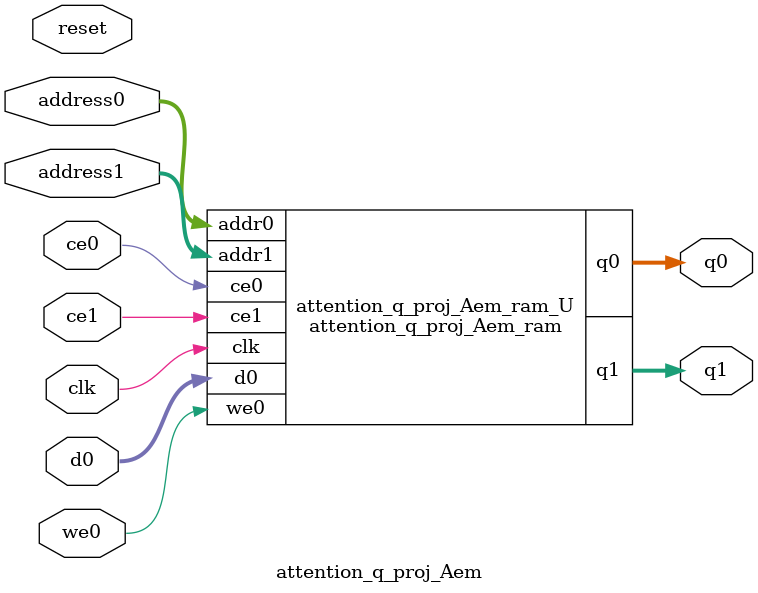
<source format=v>
`timescale 1 ns / 1 ps
module attention_q_proj_Aem_ram (addr0, ce0, d0, we0, q0, addr1, ce1, q1,  clk);

parameter DWIDTH = 38;
parameter AWIDTH = 11;
parameter MEM_SIZE = 1536;

input[AWIDTH-1:0] addr0;
input ce0;
input[DWIDTH-1:0] d0;
input we0;
output reg[DWIDTH-1:0] q0;
input[AWIDTH-1:0] addr1;
input ce1;
output reg[DWIDTH-1:0] q1;
input clk;

(* ram_style = "block" *)reg [DWIDTH-1:0] ram[0:MEM_SIZE-1];




always @(posedge clk)  
begin 
    if (ce0) begin
        if (we0) 
            ram[addr0] <= d0; 
        q0 <= ram[addr0];
    end
end


always @(posedge clk)  
begin 
    if (ce1) begin
        q1 <= ram[addr1];
    end
end


endmodule

`timescale 1 ns / 1 ps
module attention_q_proj_Aem(
    reset,
    clk,
    address0,
    ce0,
    we0,
    d0,
    q0,
    address1,
    ce1,
    q1);

parameter DataWidth = 32'd38;
parameter AddressRange = 32'd1536;
parameter AddressWidth = 32'd11;
input reset;
input clk;
input[AddressWidth - 1:0] address0;
input ce0;
input we0;
input[DataWidth - 1:0] d0;
output[DataWidth - 1:0] q0;
input[AddressWidth - 1:0] address1;
input ce1;
output[DataWidth - 1:0] q1;



attention_q_proj_Aem_ram attention_q_proj_Aem_ram_U(
    .clk( clk ),
    .addr0( address0 ),
    .ce0( ce0 ),
    .we0( we0 ),
    .d0( d0 ),
    .q0( q0 ),
    .addr1( address1 ),
    .ce1( ce1 ),
    .q1( q1 ));

endmodule


</source>
